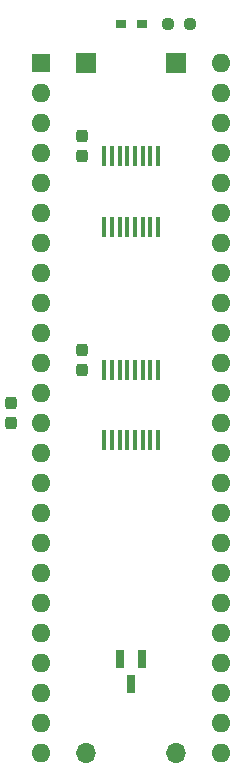
<source format=gbr>
G04 #@! TF.GenerationSoftware,KiCad,Pcbnew,9.0.6-9.0.6~ubuntu25.10.1*
G04 #@! TF.CreationDate,2025-12-24T16:01:02+09:00*
G04 #@! TF.ProjectId,bionic-mc68008,62696f6e-6963-42d6-9d63-36383030382e,2*
G04 #@! TF.SameCoordinates,Original*
G04 #@! TF.FileFunction,Soldermask,Top*
G04 #@! TF.FilePolarity,Negative*
%FSLAX46Y46*%
G04 Gerber Fmt 4.6, Leading zero omitted, Abs format (unit mm)*
G04 Created by KiCad (PCBNEW 9.0.6-9.0.6~ubuntu25.10.1) date 2025-12-24 16:01:02*
%MOMM*%
%LPD*%
G01*
G04 APERTURE LIST*
G04 Aperture macros list*
%AMRoundRect*
0 Rectangle with rounded corners*
0 $1 Rounding radius*
0 $2 $3 $4 $5 $6 $7 $8 $9 X,Y pos of 4 corners*
0 Add a 4 corners polygon primitive as box body*
4,1,4,$2,$3,$4,$5,$6,$7,$8,$9,$2,$3,0*
0 Add four circle primitives for the rounded corners*
1,1,$1+$1,$2,$3*
1,1,$1+$1,$4,$5*
1,1,$1+$1,$6,$7*
1,1,$1+$1,$8,$9*
0 Add four rect primitives between the rounded corners*
20,1,$1+$1,$2,$3,$4,$5,0*
20,1,$1+$1,$4,$5,$6,$7,0*
20,1,$1+$1,$6,$7,$8,$9,0*
20,1,$1+$1,$8,$9,$2,$3,0*%
G04 Aperture macros list end*
%ADD10RoundRect,0.237500X0.237500X-0.300000X0.237500X0.300000X-0.237500X0.300000X-0.237500X-0.300000X0*%
%ADD11R,0.355600X1.778000*%
%ADD12R,0.965200X0.762000*%
%ADD13R,0.660400X1.625600*%
%ADD14RoundRect,0.237500X-0.250000X-0.237500X0.250000X-0.237500X0.250000X0.237500X-0.250000X0.237500X0*%
%ADD15R,1.600000X1.600000*%
%ADD16O,1.600000X1.600000*%
%ADD17R,1.700000X1.700000*%
%ADD18O,1.700000X1.700000*%
G04 APERTURE END LIST*
D10*
X109509000Y-101064200D03*
X109509000Y-99339200D03*
D11*
X111425001Y-107007800D03*
X112074999Y-107007800D03*
X112725001Y-107007800D03*
X113374999Y-107007800D03*
X114024998Y-107007800D03*
X114674999Y-107007800D03*
X115324998Y-107007800D03*
X115974999Y-107007800D03*
X115974999Y-101064200D03*
X115325001Y-101064200D03*
X114674999Y-101064200D03*
X114025001Y-101064200D03*
X113375002Y-101064200D03*
X112725001Y-101064200D03*
X112075002Y-101064200D03*
X111425001Y-101064200D03*
D10*
X103540000Y-105560000D03*
X103540000Y-103835000D03*
D12*
X114576300Y-71778000D03*
X112823700Y-71778000D03*
D10*
X109509000Y-82954000D03*
X109509000Y-81229000D03*
D13*
X114650001Y-125526000D03*
X112749999Y-125526000D03*
X113700000Y-127658000D03*
D14*
X116851500Y-71778000D03*
X118676500Y-71778000D03*
D15*
X106080000Y-75080000D03*
D16*
X106080000Y-77620000D03*
X106080000Y-80160000D03*
X106080000Y-82700000D03*
X106080000Y-85240000D03*
X106080000Y-87780000D03*
X106080000Y-90320000D03*
X106080000Y-92860000D03*
X106080000Y-95400000D03*
X106080000Y-97940000D03*
X106080000Y-100480000D03*
X106080000Y-103020000D03*
X106080000Y-105560000D03*
X106080000Y-108100000D03*
X106080000Y-110640000D03*
X106080000Y-113180000D03*
X106080000Y-115720000D03*
X106080000Y-118260000D03*
X106080000Y-120800000D03*
X106080000Y-123340000D03*
X106080000Y-125880000D03*
X106080000Y-128420000D03*
X106080000Y-130960000D03*
X106080000Y-133500000D03*
X121320000Y-133500000D03*
X121320000Y-130960000D03*
X121320000Y-128420000D03*
X121320000Y-125880000D03*
X121320000Y-123340000D03*
X121320000Y-120800000D03*
X121320000Y-118260000D03*
X121320000Y-115720000D03*
X121320000Y-113180000D03*
X121320000Y-110640000D03*
X121320000Y-108100000D03*
X121320000Y-105560000D03*
X121320000Y-103020000D03*
X121320000Y-100480000D03*
X121320000Y-97940000D03*
X121320000Y-95400000D03*
X121320000Y-92860000D03*
X121320000Y-90320000D03*
X121320000Y-87780000D03*
X121320000Y-85240000D03*
X121320000Y-82700000D03*
X121320000Y-80160000D03*
X121320000Y-77620000D03*
X121320000Y-75080000D03*
D11*
X111425001Y-88897600D03*
X112074999Y-88897600D03*
X112725001Y-88897600D03*
X113374999Y-88897600D03*
X114024998Y-88897600D03*
X114674999Y-88897600D03*
X115324998Y-88897600D03*
X115974999Y-88897600D03*
X115974999Y-82954000D03*
X115325001Y-82954000D03*
X114674999Y-82954000D03*
X114025001Y-82954000D03*
X113375002Y-82954000D03*
X112725001Y-82954000D03*
X112075002Y-82954000D03*
X111425001Y-82954000D03*
D17*
X109885400Y-75080000D03*
D18*
X109885400Y-133500000D03*
X117489200Y-133500000D03*
D17*
X117489200Y-75080000D03*
M02*

</source>
